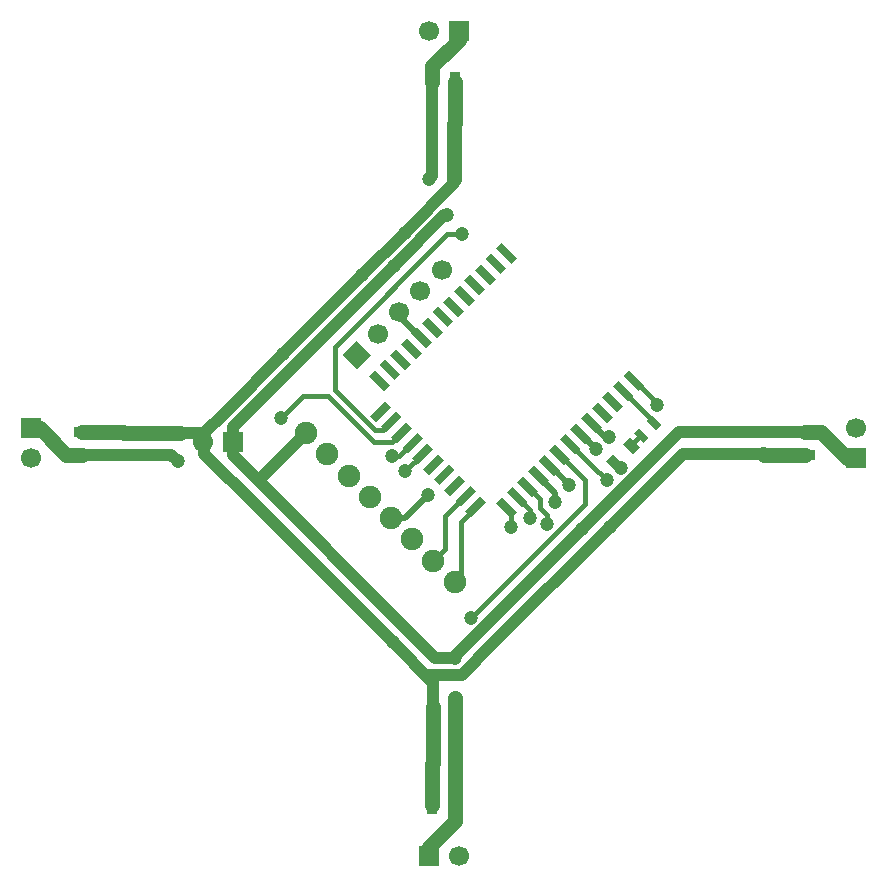
<source format=gbl>
G04 #@! TF.GenerationSoftware,KiCad,Pcbnew,(5.1.6)-1*
G04 #@! TF.CreationDate,2020-05-29T12:24:41+03:00*
G04 #@! TF.ProjectId,QuadV100,51756164-5631-4303-902e-6b696361645f,rev?*
G04 #@! TF.SameCoordinates,PX5b0b1acPY39a3b04*
G04 #@! TF.FileFunction,Copper,L4,Bot*
G04 #@! TF.FilePolarity,Positive*
%FSLAX46Y46*%
G04 Gerber Fmt 4.6, Leading zero omitted, Abs format (unit mm)*
G04 Created by KiCad (PCBNEW (5.1.6)-1) date 2020-05-29 12:24:41*
%MOMM*%
%LPD*%
G01*
G04 APERTURE LIST*
G04 #@! TA.AperFunction,ComponentPad*
%ADD10C,1.900000*%
G04 #@! TD*
G04 #@! TA.AperFunction,SMDPad,CuDef*
%ADD11C,0.150000*%
G04 #@! TD*
G04 #@! TA.AperFunction,ComponentPad*
%ADD12R,1.699260X1.699260*%
G04 #@! TD*
G04 #@! TA.AperFunction,ComponentPad*
%ADD13C,1.699260*%
G04 #@! TD*
G04 #@! TA.AperFunction,SMDPad,CuDef*
%ADD14R,1.397000X0.889000*%
G04 #@! TD*
G04 #@! TA.AperFunction,SMDPad,CuDef*
%ADD15R,0.889000X1.397000*%
G04 #@! TD*
G04 #@! TA.AperFunction,ComponentPad*
%ADD16C,0.150000*%
G04 #@! TD*
G04 #@! TA.AperFunction,ViaPad*
%ADD17C,1.200000*%
G04 #@! TD*
G04 #@! TA.AperFunction,ViaPad*
%ADD18C,1.198880*%
G04 #@! TD*
G04 #@! TA.AperFunction,Conductor*
%ADD19C,1.300000*%
G04 #@! TD*
G04 #@! TA.AperFunction,Conductor*
%ADD20C,0.500380*%
G04 #@! TD*
G04 #@! TA.AperFunction,Conductor*
%ADD21C,1.000000*%
G04 #@! TD*
G04 #@! TA.AperFunction,Conductor*
%ADD22C,0.398780*%
G04 #@! TD*
G04 #@! TA.AperFunction,Conductor*
%ADD23C,0.599440*%
G04 #@! TD*
G04 APERTURE END LIST*
D10*
X88683197Y-23655459D03*
X90479249Y-25451510D03*
X92275300Y-27247561D03*
X94071351Y-29043613D03*
X95867402Y-30839664D03*
X97663454Y-32635715D03*
X99459505Y-34431766D03*
X101255556Y-36227817D03*
G04 #@! TA.AperFunction,SMDPad,CuDef*
D11*
G36*
X114658368Y-25400396D02*
G01*
X115506104Y-26248132D01*
X114940418Y-26813818D01*
X114092682Y-25966082D01*
X114658368Y-25400396D01*
G37*
G04 #@! TD.AperFunction*
G04 #@! TA.AperFunction,SMDPad,CuDef*
G36*
X116072582Y-23986182D02*
G01*
X116920318Y-24833918D01*
X116354632Y-25399604D01*
X115506896Y-24551868D01*
X116072582Y-23986182D01*
G37*
G04 #@! TD.AperFunction*
D12*
X82486500Y-24384000D03*
D13*
X79946500Y-24384000D03*
X65405000Y-25781000D03*
D12*
X65405000Y-23241000D03*
X101600000Y10414000D03*
D13*
X99060000Y10414000D03*
X135255000Y-23241000D03*
D12*
X135255000Y-25781000D03*
X99060000Y-59436000D03*
D13*
X101600000Y-59436000D03*
G04 #@! TA.AperFunction,SMDPad,CuDef*
D11*
G36*
X117242790Y-24471933D02*
G01*
X116434567Y-23663710D01*
X116883580Y-23214697D01*
X117691803Y-24022920D01*
X117242790Y-24471933D01*
G37*
G04 #@! TD.AperFunction*
G04 #@! TA.AperFunction,SMDPad,CuDef*
G36*
X118320420Y-23394303D02*
G01*
X117512197Y-22586080D01*
X117961210Y-22137067D01*
X118769433Y-22945290D01*
X118320420Y-23394303D01*
G37*
G04 #@! TD.AperFunction*
G04 #@! TA.AperFunction,SMDPad,CuDef*
G36*
X117321547Y-19568553D02*
G01*
X116826573Y-20063527D01*
X115553781Y-18790735D01*
X116048755Y-18295761D01*
X117321547Y-19568553D01*
G37*
G04 #@! TD.AperFunction*
G04 #@! TA.AperFunction,SMDPad,CuDef*
G36*
X116423521Y-20466578D02*
G01*
X115928547Y-20961552D01*
X114655755Y-19688760D01*
X115150729Y-19193786D01*
X116423521Y-20466578D01*
G37*
G04 #@! TD.AperFunction*
G04 #@! TA.AperFunction,SMDPad,CuDef*
G36*
X115525496Y-21364604D02*
G01*
X115030522Y-21859578D01*
X113757730Y-20586786D01*
X114252704Y-20091812D01*
X115525496Y-21364604D01*
G37*
G04 #@! TD.AperFunction*
G04 #@! TA.AperFunction,SMDPad,CuDef*
G36*
X114627470Y-22262629D02*
G01*
X114132496Y-22757603D01*
X112859704Y-21484811D01*
X113354678Y-20989837D01*
X114627470Y-22262629D01*
G37*
G04 #@! TD.AperFunction*
G04 #@! TA.AperFunction,SMDPad,CuDef*
G36*
X113729444Y-23160655D02*
G01*
X113234470Y-23655629D01*
X111961678Y-22382837D01*
X112456652Y-21887863D01*
X113729444Y-23160655D01*
G37*
G04 #@! TD.AperFunction*
G04 #@! TA.AperFunction,SMDPad,CuDef*
G36*
X112831419Y-24058681D02*
G01*
X112336445Y-24553655D01*
X111063653Y-23280863D01*
X111558627Y-22785889D01*
X112831419Y-24058681D01*
G37*
G04 #@! TD.AperFunction*
G04 #@! TA.AperFunction,SMDPad,CuDef*
G36*
X111933393Y-24956706D02*
G01*
X111438419Y-25451680D01*
X110165627Y-24178888D01*
X110660601Y-23683914D01*
X111933393Y-24956706D01*
G37*
G04 #@! TD.AperFunction*
G04 #@! TA.AperFunction,SMDPad,CuDef*
G36*
X111035368Y-25854732D02*
G01*
X110540394Y-26349706D01*
X109267602Y-25076914D01*
X109762576Y-24581940D01*
X111035368Y-25854732D01*
G37*
G04 #@! TD.AperFunction*
G04 #@! TA.AperFunction,SMDPad,CuDef*
G36*
X110137342Y-26752757D02*
G01*
X109642368Y-27247731D01*
X108369576Y-25974939D01*
X108864550Y-25479965D01*
X110137342Y-26752757D01*
G37*
G04 #@! TD.AperFunction*
G04 #@! TA.AperFunction,SMDPad,CuDef*
G36*
X109239316Y-27650783D02*
G01*
X108744342Y-28145757D01*
X107471550Y-26872965D01*
X107966524Y-26377991D01*
X109239316Y-27650783D01*
G37*
G04 #@! TD.AperFunction*
G04 #@! TA.AperFunction,SMDPad,CuDef*
G36*
X108341291Y-28548809D02*
G01*
X107846317Y-29043783D01*
X106573525Y-27770991D01*
X107068499Y-27276017D01*
X108341291Y-28548809D01*
G37*
G04 #@! TD.AperFunction*
G04 #@! TA.AperFunction,SMDPad,CuDef*
G36*
X107443265Y-29446834D02*
G01*
X106948291Y-29941808D01*
X105675499Y-28669016D01*
X106170473Y-28174042D01*
X107443265Y-29446834D01*
G37*
G04 #@! TD.AperFunction*
G04 #@! TA.AperFunction,SMDPad,CuDef*
G36*
X106545239Y-30344860D02*
G01*
X106050265Y-30839834D01*
X104777473Y-29567042D01*
X105272447Y-29072068D01*
X106545239Y-30344860D01*
G37*
G04 #@! TD.AperFunction*
G04 #@! TA.AperFunction,SMDPad,CuDef*
G36*
X95768932Y-19568553D02*
G01*
X95273958Y-20063527D01*
X94001166Y-18790735D01*
X94496140Y-18295761D01*
X95768932Y-19568553D01*
G37*
G04 #@! TD.AperFunction*
G04 #@! TA.AperFunction,SMDPad,CuDef*
G36*
X96666958Y-18670527D02*
G01*
X96171984Y-19165501D01*
X94899192Y-17892709D01*
X95394166Y-17397735D01*
X96666958Y-18670527D01*
G37*
G04 #@! TD.AperFunction*
G04 #@! TA.AperFunction,SMDPad,CuDef*
G36*
X97564983Y-17772501D02*
G01*
X97070009Y-18267475D01*
X95797217Y-16994683D01*
X96292191Y-16499709D01*
X97564983Y-17772501D01*
G37*
G04 #@! TD.AperFunction*
G04 #@! TA.AperFunction,SMDPad,CuDef*
G36*
X98463009Y-16874476D02*
G01*
X97968035Y-17369450D01*
X96695243Y-16096658D01*
X97190217Y-15601684D01*
X98463009Y-16874476D01*
G37*
G04 #@! TD.AperFunction*
G04 #@! TA.AperFunction,SMDPad,CuDef*
G36*
X99361035Y-15976450D02*
G01*
X98866061Y-16471424D01*
X97593269Y-15198632D01*
X98088243Y-14703658D01*
X99361035Y-15976450D01*
G37*
G04 #@! TD.AperFunction*
G04 #@! TA.AperFunction,SMDPad,CuDef*
G36*
X100259060Y-15078424D02*
G01*
X99764086Y-15573398D01*
X98491294Y-14300606D01*
X98986268Y-13805632D01*
X100259060Y-15078424D01*
G37*
G04 #@! TD.AperFunction*
G04 #@! TA.AperFunction,SMDPad,CuDef*
G36*
X101157086Y-14180399D02*
G01*
X100662112Y-14675373D01*
X99389320Y-13402581D01*
X99884294Y-12907607D01*
X101157086Y-14180399D01*
G37*
G04 #@! TD.AperFunction*
G04 #@! TA.AperFunction,SMDPad,CuDef*
G36*
X102055111Y-13282373D02*
G01*
X101560137Y-13777347D01*
X100287345Y-12504555D01*
X100782319Y-12009581D01*
X102055111Y-13282373D01*
G37*
G04 #@! TD.AperFunction*
G04 #@! TA.AperFunction,SMDPad,CuDef*
G36*
X102953137Y-12384348D02*
G01*
X102458163Y-12879322D01*
X101185371Y-11606530D01*
X101680345Y-11111556D01*
X102953137Y-12384348D01*
G37*
G04 #@! TD.AperFunction*
G04 #@! TA.AperFunction,SMDPad,CuDef*
G36*
X103851163Y-11486322D02*
G01*
X103356189Y-11981296D01*
X102083397Y-10708504D01*
X102578371Y-10213530D01*
X103851163Y-11486322D01*
G37*
G04 #@! TD.AperFunction*
G04 #@! TA.AperFunction,SMDPad,CuDef*
G36*
X104749188Y-10588296D02*
G01*
X104254214Y-11083270D01*
X102981422Y-9810478D01*
X103476396Y-9315504D01*
X104749188Y-10588296D01*
G37*
G04 #@! TD.AperFunction*
G04 #@! TA.AperFunction,SMDPad,CuDef*
G36*
X105647214Y-9690271D02*
G01*
X105152240Y-10185245D01*
X103879448Y-8912453D01*
X104374422Y-8417479D01*
X105647214Y-9690271D01*
G37*
G04 #@! TD.AperFunction*
G04 #@! TA.AperFunction,SMDPad,CuDef*
G36*
X106545239Y-8792245D02*
G01*
X106050265Y-9287219D01*
X104777473Y-8014427D01*
X105272447Y-7519453D01*
X106545239Y-8792245D01*
G37*
G04 #@! TD.AperFunction*
G04 #@! TA.AperFunction,SMDPad,CuDef*
G36*
X100348863Y-25885137D02*
G01*
X99076071Y-27157929D01*
X98581097Y-26662955D01*
X99853889Y-25390163D01*
X100348863Y-25885137D01*
G37*
G04 #@! TD.AperFunction*
G04 #@! TA.AperFunction,SMDPad,CuDef*
G36*
X99450837Y-24987111D02*
G01*
X98178045Y-26259903D01*
X97683071Y-25764929D01*
X98955863Y-24492137D01*
X99450837Y-24987111D01*
G37*
G04 #@! TD.AperFunction*
G04 #@! TA.AperFunction,SMDPad,CuDef*
G36*
X101246888Y-26783162D02*
G01*
X99974096Y-28055954D01*
X99479122Y-27560980D01*
X100751914Y-26288188D01*
X101246888Y-26783162D01*
G37*
G04 #@! TD.AperFunction*
G04 #@! TA.AperFunction,SMDPad,CuDef*
G36*
X102144914Y-27681188D02*
G01*
X100872122Y-28953980D01*
X100377148Y-28459006D01*
X101649940Y-27186214D01*
X102144914Y-27681188D01*
G37*
G04 #@! TD.AperFunction*
G04 #@! TA.AperFunction,SMDPad,CuDef*
G36*
X103042940Y-28579214D02*
G01*
X101770148Y-29852006D01*
X101275174Y-29357032D01*
X102547966Y-28084240D01*
X103042940Y-28579214D01*
G37*
G04 #@! TD.AperFunction*
G04 #@! TA.AperFunction,SMDPad,CuDef*
G36*
X103940965Y-29477239D02*
G01*
X102668173Y-30750031D01*
X102173199Y-30255057D01*
X103445991Y-28982265D01*
X103940965Y-29477239D01*
G37*
G04 #@! TD.AperFunction*
G04 #@! TA.AperFunction,SMDPad,CuDef*
G36*
X98552812Y-24089086D02*
G01*
X97280020Y-25361878D01*
X96785046Y-24866904D01*
X98057838Y-23594112D01*
X98552812Y-24089086D01*
G37*
G04 #@! TD.AperFunction*
G04 #@! TA.AperFunction,SMDPad,CuDef*
G36*
X97654786Y-23191060D02*
G01*
X96381994Y-24463852D01*
X95887020Y-23968878D01*
X97159812Y-22696086D01*
X97654786Y-23191060D01*
G37*
G04 #@! TD.AperFunction*
G04 #@! TA.AperFunction,SMDPad,CuDef*
G36*
X96756760Y-22293034D02*
G01*
X95483968Y-23565826D01*
X94988994Y-23070852D01*
X96261786Y-21798060D01*
X96756760Y-22293034D01*
G37*
G04 #@! TD.AperFunction*
G04 #@! TA.AperFunction,SMDPad,CuDef*
G36*
X95858735Y-21395009D02*
G01*
X94585943Y-22667801D01*
X94090969Y-22172827D01*
X95363761Y-20900035D01*
X95858735Y-21395009D01*
G37*
G04 #@! TD.AperFunction*
D14*
X69723000Y-25463500D03*
X69723000Y-23558500D03*
D15*
X101282500Y6223000D03*
X99377500Y6223000D03*
D14*
X131064000Y-23558500D03*
X131064000Y-25463500D03*
D15*
X99377500Y-55245000D03*
X101282500Y-55245000D03*
G04 #@! TA.AperFunction,ComponentPad*
D16*
G36*
X92964000Y-18219558D02*
G01*
X91762442Y-17018000D01*
X92964000Y-15816442D01*
X94165558Y-17018000D01*
X92964000Y-18219558D01*
G37*
G04 #@! TD.AperFunction*
D13*
X94760051Y-15221949D03*
X96556102Y-13425898D03*
X98352154Y-11629846D03*
X100148205Y-9833795D03*
D17*
X101219000Y2540000D03*
D18*
X101219000Y-2159000D03*
D17*
X127381000Y-25400000D03*
X99441000Y-51562000D03*
D18*
X99441000Y-46863000D03*
D17*
X73279000Y-23622000D03*
D18*
X77978000Y-23622000D03*
X110934500Y-28003500D03*
X114427000Y-31559500D03*
X86709250Y-16986250D03*
X93408500Y-10287000D03*
X97028000Y-6667500D03*
X96043750Y-41370250D03*
X115316000Y-26606500D03*
X109791500Y-29464000D03*
X101282500Y-42672000D03*
X101282500Y-46037500D03*
X100647500Y-5207000D03*
X99123500Y-2159000D03*
X112079187Y-31751687D03*
X77851000Y-26035000D03*
X96139000Y-9461500D03*
X98996500Y-28892500D03*
X86550500Y-22352000D03*
X101917500Y-6794500D03*
X114138607Y-27656893D03*
X102616000Y-39306500D03*
X118376379Y-21298221D03*
X95948500Y-25590500D03*
X97091500Y-26860500D03*
X109093000Y-31369000D03*
X107632500Y-30797500D03*
X106045000Y-31559500D03*
X114300000Y-23939500D03*
X113220500Y-25019000D03*
D19*
X101282500Y2603500D02*
X101219000Y2540000D01*
X101282500Y6096000D02*
X101282500Y2603500D01*
X101219000Y2540000D02*
X101219000Y-2159000D01*
X127444500Y-25463500D02*
X127381000Y-25400000D01*
X130937000Y-25463500D02*
X127444500Y-25463500D01*
X99377500Y-51625500D02*
X99441000Y-51562000D01*
X99377500Y-55118000D02*
X99377500Y-51625500D01*
X99441000Y-51562000D02*
X99441000Y-46863000D01*
X73215500Y-23558500D02*
X73279000Y-23622000D01*
X69723000Y-23558500D02*
X73215500Y-23558500D01*
X73279000Y-23622000D02*
X77978000Y-23622000D01*
D20*
X109253459Y-26363848D02*
X109294848Y-26363848D01*
X109294848Y-26363848D02*
X110934500Y-28003500D01*
D21*
X77978000Y-23622000D02*
X80073500Y-23622000D01*
X101219000Y-2476500D02*
X101219000Y-2159000D01*
X99441000Y-46863000D02*
X99441000Y-44767500D01*
X80073500Y-23622000D02*
X81788000Y-21907500D01*
X127381000Y-25400000D02*
X120586500Y-25400000D01*
X84518500Y-29845000D02*
X80073500Y-25400000D01*
X80073500Y-25400000D02*
X80073500Y-23622000D01*
X104457500Y-41529000D02*
X101854000Y-44132500D01*
X98806000Y-44132500D02*
X98774250Y-44100750D01*
X101854000Y-44132500D02*
X98806000Y-44132500D01*
X99441000Y-44767500D02*
X98774250Y-44100750D01*
X98774250Y-44100750D02*
X96805750Y-42132250D01*
X120586500Y-25400000D02*
X114427000Y-31559500D01*
X114427000Y-31559500D02*
X104457500Y-41529000D01*
X79946500Y-23749000D02*
X80073500Y-23622000D01*
X79946500Y-24384000D02*
X79946500Y-23749000D01*
X81788000Y-21907500D02*
X86709250Y-16986250D01*
X86709250Y-16986250D02*
X93408500Y-10287000D01*
X93408500Y-10287000D02*
X97028000Y-6667500D01*
X97028000Y-6667500D02*
X101219000Y-2476500D01*
X96805750Y-42132250D02*
X96043750Y-41370250D01*
X96043750Y-41370250D02*
X84518500Y-29845000D01*
D22*
X114799393Y-26107107D02*
X114816607Y-26107107D01*
X114816607Y-26107107D02*
X115316000Y-26606500D01*
D19*
X99377500Y7429500D02*
X101600000Y9652000D01*
X101600000Y9652000D02*
X101600000Y10414000D01*
X99377500Y6096000D02*
X99377500Y7429500D01*
X132270500Y-23558500D02*
X134493000Y-25781000D01*
X134493000Y-25781000D02*
X135255000Y-25781000D01*
X130937000Y-23558500D02*
X132270500Y-23558500D01*
X101282500Y-56451500D02*
X99060000Y-58674000D01*
X99060000Y-58674000D02*
X99060000Y-59436000D01*
X101282500Y-55118000D02*
X101282500Y-56451500D01*
X69723000Y-25463500D02*
X68389500Y-25463500D01*
X66167000Y-23241000D02*
X65405000Y-23241000D01*
X68389500Y-25463500D02*
X66167000Y-23241000D01*
X101282500Y-46037500D02*
X101282500Y-49339500D01*
X101282500Y-55118000D02*
X101282500Y-49339500D01*
D20*
X108355433Y-27261874D02*
X109791500Y-28697941D01*
X109791500Y-28697941D02*
X109791500Y-29464000D01*
D21*
X96901000Y-39941500D02*
X99631500Y-42672000D01*
X99631500Y-42672000D02*
X101282500Y-42672000D01*
X101282500Y-42548374D02*
X101282500Y-42672000D01*
X131064000Y-23558500D02*
X120272374Y-23558500D01*
X100393500Y-5207000D02*
X100647500Y-5207000D01*
X99377500Y-1905000D02*
X99123500Y-2159000D01*
X99377500Y6223000D02*
X99377500Y-1905000D01*
X120272374Y-23558500D02*
X112079187Y-31751687D01*
X112079187Y-31751687D02*
X101282500Y-42548374D01*
X69723000Y-25463500D02*
X77279500Y-25463500D01*
X77279500Y-25463500D02*
X77851000Y-26035000D01*
X82486500Y-25527000D02*
X83502500Y-26543000D01*
X82486500Y-24384000D02*
X82486500Y-25527000D01*
X82486500Y-23114000D02*
X83185000Y-22415500D01*
X82486500Y-24384000D02*
X82486500Y-23114000D01*
X84684406Y-27654250D02*
X84613750Y-27654250D01*
X88683197Y-23655459D02*
X84684406Y-27654250D01*
X83502500Y-26543000D02*
X84613750Y-27654250D01*
X84613750Y-27654250D02*
X96901000Y-39941500D01*
X83185000Y-22415500D02*
X96139000Y-9461500D01*
X96139000Y-9461500D02*
X100393500Y-5207000D01*
D22*
X117063185Y-23843315D02*
X116213607Y-24692893D01*
D20*
X97049336Y-30839664D02*
X98996500Y-28892500D01*
X95867402Y-30839664D02*
X97049336Y-30839664D01*
D22*
X96770903Y-23579969D02*
X95966872Y-24384000D01*
X95966872Y-24384000D02*
X94424500Y-24384000D01*
X94424500Y-24384000D02*
X90551000Y-20510500D01*
X88392000Y-20510500D02*
X86550500Y-22352000D01*
X90551000Y-20510500D02*
X88392000Y-20510500D01*
X100647500Y-6794500D02*
X101917500Y-6794500D01*
X95872877Y-22681943D02*
X95186820Y-23368000D01*
X95186820Y-23368000D02*
X94488000Y-23368000D01*
X94488000Y-23368000D02*
X91122500Y-20002500D01*
X91122500Y-20002500D02*
X91122500Y-16319500D01*
X91122500Y-16319500D02*
X100647500Y-6794500D01*
X114138607Y-27656893D02*
X112836857Y-26355143D01*
X112836857Y-26355143D02*
X111049510Y-24567797D01*
X110151485Y-25465823D02*
X112268000Y-27582338D01*
X112268000Y-27582338D02*
X112268000Y-29654500D01*
X112268000Y-29654500D02*
X102616000Y-39306500D01*
X99949000Y-33942271D02*
X99459505Y-34431766D01*
X102159057Y-28968123D02*
X100457000Y-30670180D01*
X100457000Y-33434271D02*
X99459505Y-34431766D01*
X100457000Y-30670180D02*
X100457000Y-33434271D01*
X101854000Y-36318261D02*
X101890556Y-36354817D01*
X103057082Y-29866148D02*
X101790500Y-31132730D01*
X101790500Y-35692873D02*
X101255556Y-36227817D01*
X101790500Y-31132730D02*
X101790500Y-35692873D01*
X118376379Y-21118359D02*
X116437664Y-19179644D01*
X118376379Y-21298221D02*
X118376379Y-21118359D01*
X118140815Y-22678846D02*
X115539638Y-20077669D01*
X118140815Y-22765685D02*
X118140815Y-22678846D01*
X97668929Y-24477995D02*
X96556424Y-25590500D01*
X96556424Y-25590500D02*
X95948500Y-25590500D01*
X98566954Y-25376020D02*
X98566954Y-25385046D01*
X98566954Y-25385046D02*
X97091500Y-26860500D01*
X109093000Y-31369000D02*
X109093000Y-30543500D01*
X109093000Y-30543500D02*
X108521500Y-29972000D01*
X108521500Y-29223992D02*
X107457408Y-28159900D01*
X108521500Y-29972000D02*
X108521500Y-29223992D01*
X107632500Y-30131043D02*
X106559382Y-29057925D01*
X107632500Y-30797500D02*
X107632500Y-30131043D01*
X106045000Y-30339595D02*
X105661356Y-29955951D01*
X106045000Y-31559500D02*
X106045000Y-30339595D01*
D23*
X98477152Y-15587541D02*
X98391541Y-15587541D01*
X96556102Y-13752102D02*
X96556102Y-13425898D01*
X98391541Y-15587541D02*
X96556102Y-13752102D01*
D20*
X112845561Y-22771746D02*
X114013315Y-23939500D01*
X114013315Y-23939500D02*
X114300000Y-23939500D01*
X111947536Y-23669772D02*
X111947536Y-23746036D01*
X111947536Y-23746036D02*
X113220500Y-25019000D01*
M02*

</source>
